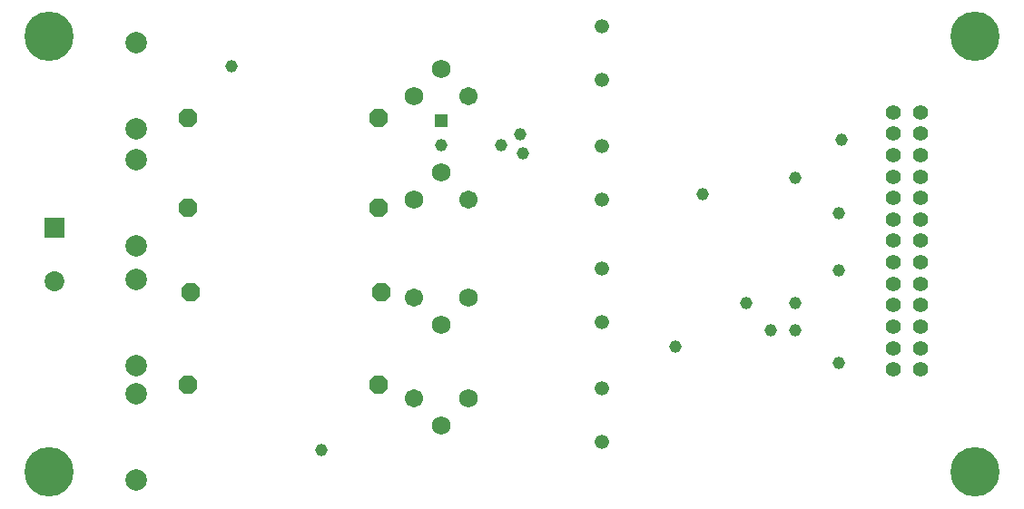
<source format=gbs>
G75*
G70*
%OFA0B0*%
%FSLAX24Y24*%
%IPPOS*%
%LPD*%
%AMOC8*
5,1,8,0,0,1.08239X$1,22.5*
%
%ADD10C,0.1812*%
%ADD11C,0.0789*%
%ADD12OC8,0.0680*%
%ADD13C,0.0523*%
%ADD14C,0.0552*%
%ADD15C,0.0671*%
%ADD16C,0.0680*%
%ADD17R,0.0730X0.0730*%
%ADD18C,0.0730*%
%ADD19C,0.0456*%
%ADD20R,0.0456X0.0456*%
D10*
X048508Y002168D03*
X082508Y002168D03*
X082508Y018168D03*
X048508Y018168D03*
D11*
X051708Y017943D03*
X051708Y014794D03*
X051708Y013643D03*
X051708Y010494D03*
X051708Y009243D03*
X051708Y006094D03*
X051708Y005043D03*
X051708Y001894D03*
D12*
X053608Y005368D03*
X060608Y005368D03*
X060708Y008768D03*
X053708Y008768D03*
X053608Y011868D03*
X060608Y011868D03*
X060608Y015168D03*
X053608Y015168D03*
D13*
X068808Y014137D03*
X068808Y012168D03*
X068808Y009637D03*
X068808Y007668D03*
X068808Y005237D03*
X068808Y003268D03*
X068808Y016568D03*
X068808Y018537D03*
D14*
X079508Y015393D03*
X080492Y015393D03*
X080492Y014605D03*
X079508Y014605D03*
X079508Y013818D03*
X080492Y013818D03*
X080492Y013031D03*
X079508Y013031D03*
X079508Y012243D03*
X080492Y012243D03*
X080492Y011456D03*
X079508Y011456D03*
X079508Y010668D03*
X080492Y010668D03*
X080492Y009881D03*
X079508Y009881D03*
X079508Y009094D03*
X080492Y009094D03*
X080492Y008306D03*
X079508Y008306D03*
X079508Y007519D03*
X080492Y007519D03*
X080492Y006731D03*
X079508Y006731D03*
X079508Y005944D03*
X080492Y005944D03*
D15*
X061908Y004868D03*
X061908Y008568D03*
X063908Y012168D03*
X063908Y015968D03*
D16*
X061908Y015968D03*
X062908Y016968D03*
X062908Y013168D03*
X061908Y012168D03*
X063908Y008568D03*
X062908Y007568D03*
X063908Y004868D03*
X062908Y003868D03*
D17*
X048708Y011153D03*
D18*
X048708Y009184D03*
D19*
X065908Y013868D03*
X065108Y014168D03*
X065808Y014568D03*
X062908Y014168D03*
X072508Y012368D03*
X075908Y012968D03*
X077508Y011668D03*
X077508Y009568D03*
X075908Y008368D03*
X075908Y008368D03*
X074108Y008368D03*
X074108Y008368D03*
X075008Y007368D03*
X075008Y007368D03*
X075908Y007368D03*
X071508Y006768D03*
X077508Y006168D03*
X058508Y002968D03*
X077608Y014368D03*
X055208Y017068D03*
D20*
X062908Y015068D03*
M02*

</source>
